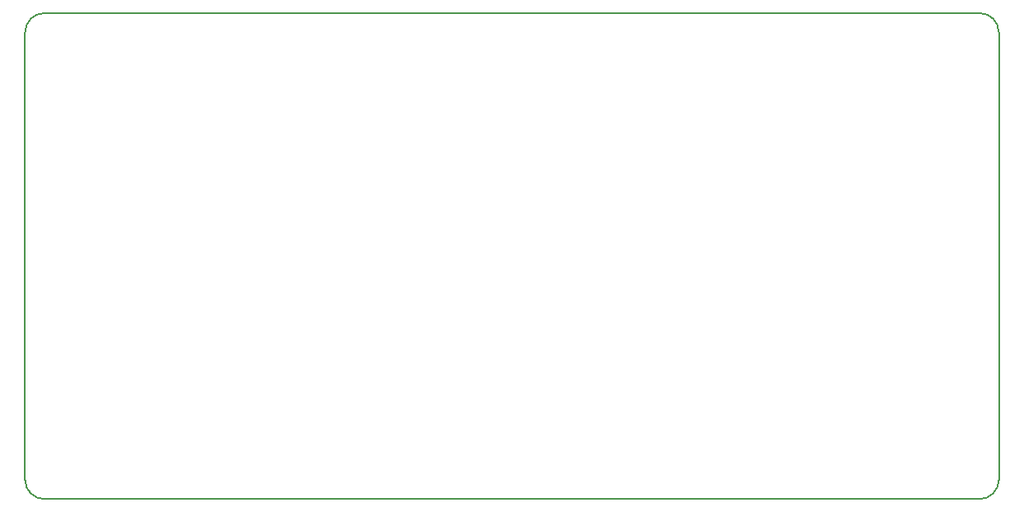
<source format=gbr>
G04 DipTrace 2.4.0.2*
%INBoardOutline.gbr*%
%MOIN*%
%ADD11C,0.0055*%
%FSLAX44Y44*%
G04*
G70*
G90*
G75*
G01*
%LNBoardOutline*%
%LPD*%
X4724Y3937D2*
D11*
X42520D1*
G03X43307Y4724I0J787D01*
G01*
Y22835D1*
G03X42520Y23622I-787J0D01*
G01*
X4724D1*
G03X3937Y22835I0J-787D01*
G01*
Y4724D1*
G03X4724Y3937I787J0D01*
G01*
M02*

</source>
